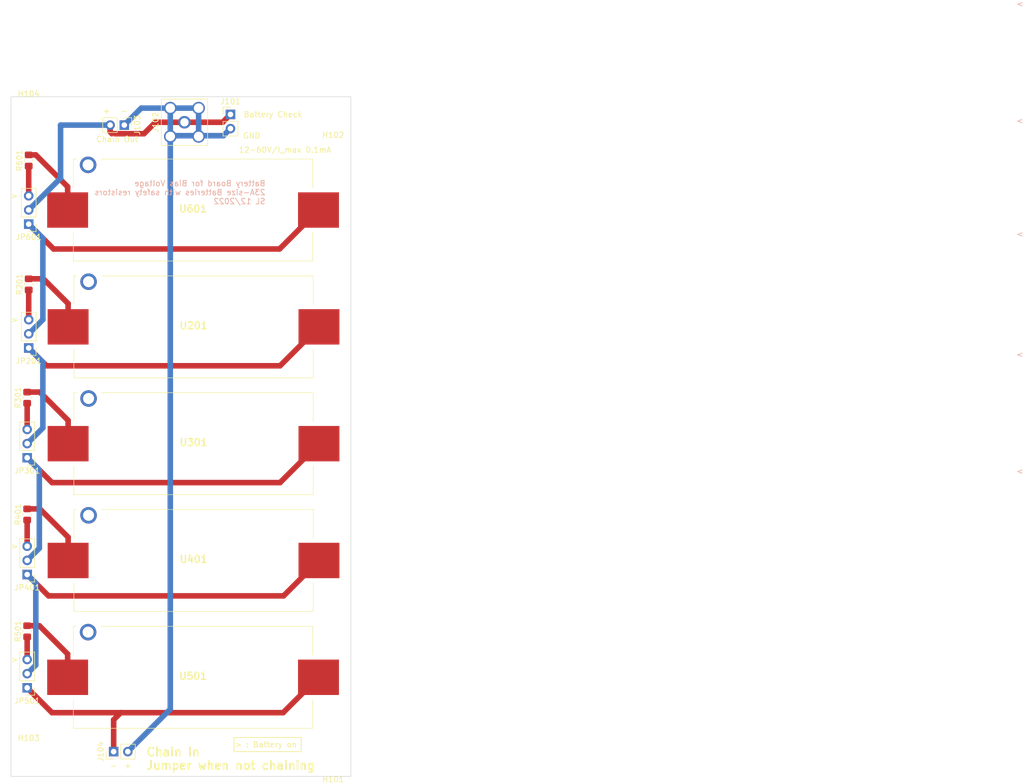
<source format=kicad_pcb>
(kicad_pcb (version 20211014) (generator pcbnew)
  (layers (0 "F.Cu" signal) (31 "B.Cu" signal) (34 "B.Paste" user) (35 "F.Paste" user) (36 "B.SilkS" user "B.Silkscreen") (37 "F.SilkS" user "F.Silkscreen") (38 "B.Mask" user) (39 "F.Mask" user) (44 "Edge.Cuts" user))
  (net 0 "")
  (net 1 "/Battery unit8/V_batt+12V")
  (net 2 "GND")
  (net 3 "/Battery unit/V_batt-")
  (net 4 "/Battery unit/V_batt+12V")
  (net 5 "/Battery unit1/V_batt-")
  (net 6 "/Battery unit2/V_batt-")
  (net 7 "/Battery unit3/V_batt-")
  (net 8 "Net-(JP201-Pad3)")
  (net 9 "Net-(R201-Pad2)")
  (net 10 "Net-(JP301-Pad3)")
  (net 11 "Net-(R301-Pad2)")
  (net 12 "Net-(JP401-Pad3)")
  (net 13 "Net-(R401-Pad2)")
  (net 14 "Net-(JP501-Pad3)")
  (net 15 "Net-(R501-Pad2)")
  (net 20 "Net-(JP601-Pad3)")
  (net 21 "Net-(R601-Pad2)")
  (footprint "Resistor_SMD:R_0805_2012Metric_Pad1.20x1.40mm_HandSolder" (layer "F.Cu") (at 73.025 42.545 90)
    (fp_text reference "R601" (at 0 -1.65 90) (layer "F.SilkS"))
    (fp_text value "120k")
    (fp_line (start -0.227064 -0.735) (end 0.227064 -0.735) (layer "F.SilkS") (width 0.12))
    (fp_line (start -0.227064 0.735) (end 0.227064 0.735) (layer "F.SilkS") (width 0.12))
    (pad "1" smd roundrect (at -1 0 90) (size 1.2 1.4) (layers "F.Cu" "F.Paste" "F.Mask") (roundrect_rratio 0.208333) (net 20 "Net-(JP601-Pad3)"))
    (pad "2" smd roundrect (at 1 0 90) (size 1.2 1.4) (layers "F.Cu" "F.Paste" "F.Mask") (roundrect_rratio 0.208333) (net 21 "Net-(R601-Pad2)"))
  )
  (footprint "Resistor_SMD:R_0805_2012Metric_Pad1.20x1.40mm_HandSolder" (layer "F.Cu") (at 72.75 106.045 90)
    (fp_text reference "R401" (at 0 -1.65 90) (layer "F.SilkS"))
    (fp_text value "120k")
    (fp_line (start -0.227064 -0.735) (end 0.227064 -0.735) (layer "F.SilkS") (width 0.12))
    (fp_line (start -0.227064 0.735) (end 0.227064 0.735) (layer "F.SilkS") (width 0.12))
    (pad "1" smd roundrect (at -1 0 90) (size 1.2 1.4) (layers "F.Cu" "F.Paste" "F.Mask") (roundrect_rratio 0.208333) (net 12 "Net-(JP401-Pad3)"))
    (pad "2" smd roundrect (at 1 0 90) (size 1.2 1.4) (layers "F.Cu" "F.Paste" "F.Mask") (roundrect_rratio 0.208333) (net 13 "Net-(R401-Pad2)"))
  )
  (footprint "MountingHole:MountingHole_2.7mm_M2.5" (layer "F.Cu") (at 127.635 149.86 180)
    (fp_text reference "H101" (at 0 -3.7) (layer "F.SilkS"))
    (fp_text value "MountingHole")
    (pad "" np_thru_hole circle (at 0 0 180) (size 2.7 2.7) (drill 2.7) (layers *.Cu *.Mask))
  )
  (footprint "Connector_PinHeader_2.54mm:PinHeader_1x02_P2.54mm_Vertical" (layer "F.Cu") (at 90.175 36.195 -90)
    (fp_text reference "J103" (at 0 -2.33 90) (layer "F.SilkS"))
    (fp_text value "Chain Out")
    (fp_line (start -1.33 1.27) (end 1.33 1.27) (layer "F.SilkS") (width 0.12))
    (fp_line (start -1.33 1.27) (end -1.33 3.87) (layer "F.SilkS") (width 0.12))
    (fp_line (start -1.33 0) (end -1.33 -1.33) (layer "F.SilkS") (width 0.12))
    (fp_line (start -1.33 3.87) (end 1.33 3.87) (layer "F.SilkS") (width 0.12))
    (fp_line (start -1.33 -1.33) (end 0 -1.33) (layer "F.SilkS") (width 0.12))
    (fp_line (start 1.33 1.27) (end 1.33 3.87) (layer "F.SilkS") (width 0.12))
    (pad "1" thru_hole rect (at 0 0 270) (size 1.7 1.7) (drill 1) (layers *.Cu *.Mask) (net 2 "GND"))
    (pad "2" thru_hole oval (at 0 2.54 270) (size 1.7 1.7) (drill 1) (layers *.Cu *.Mask) (net 1 "/Battery unit8/V_batt+12V"))
  )
  (footprint "Connector_PinHeader_2.54mm:PinHeader_1x03_P2.54mm_Vertical" (layer "F.Cu") (at 72.75 116.825 180)
    (fp_text reference "JP401" (at 0 -2.33) (layer "F.SilkS"))
    (fp_text value "Bypass")
    (fp_line (start -1.33 6.41) (end 1.33 6.41) (layer "F.SilkS") (width 0.12))
    (fp_line (start 1.33 1.27) (end 1.33 6.41) (layer "F.SilkS") (width 0.12))
    (fp_line (start -1.33 0) (end -1.33 -1.33) (layer "F.SilkS") (width 0.12))
    (fp_line (start -1.33 -1.33) (end 0 -1.33) (layer "F.SilkS") (width 0.12))
    (fp_line (start -1.33 1.27) (end -1.33 6.41) (layer "F.SilkS") (width 0.12))
    (fp_line (start -1.33 1.27) (end 1.33 1.27) (layer "F.SilkS") (width 0.12))
    (pad "1" thru_hole rect (at 0 0 180) (size 1.7 1.7) (drill 1) (layers *.Cu *.Mask) (net 6 "/Battery unit2/V_batt-"))
    (pad "2" thru_hole oval (at 0 2.54 180) (size 1.7 1.7) (drill 1) (layers *.Cu *.Mask) (net 5 "/Battery unit1/V_batt-"))
    (pad "3" thru_hole oval (at 0 5.08 180) (size 1.7 1.7) (drill 1) (layers *.Cu *.Mask) (net 12 "Net-(JP401-Pad3)"))
  )
  (footprint "Connector_PinHeader_2.54mm:PinHeader_1x03_P2.54mm_Vertical" (layer "F.Cu") (at 73.025 53.96 180)
    (fp_text reference "JP601" (at 0 -2.33) (layer "F.SilkS"))
    (fp_text value "Bypass")
    (fp_line (start -1.33 -1.33) (end 0 -1.33) (layer "F.SilkS") (width 0.12))
    (fp_line (start 1.33 1.27) (end 1.33 6.41) (layer "F.SilkS") (width 0.12))
    (fp_line (start -1.33 1.27) (end -1.33 6.41) (layer "F.SilkS") (width 0.12))
    (fp_line (start -1.33 1.27) (end 1.33 1.27) (layer "F.SilkS") (width 0.12))
    (fp_line (start -1.33 6.41) (end 1.33 6.41) (layer "F.SilkS") (width 0.12))
    (fp_line (start -1.33 0) (end -1.33 -1.33) (layer "F.SilkS") (width 0.12))
    (pad "1" thru_hole rect (at 0 0 180) (size 1.7 1.7) (drill 1) (layers *.Cu *.Mask) (net 4 "/Battery unit/V_batt+12V"))
    (pad "2" thru_hole oval (at 0 2.54 180) (size 1.7 1.7) (drill 1) (layers *.Cu *.Mask) (net 1 "/Battery unit8/V_batt+12V"))
    (pad "3" thru_hole oval (at 0 5.08 180) (size 1.7 1.7) (drill 1) (layers *.Cu *.Mask) (net 20 "Net-(JP601-Pad3)"))
  )
  (footprint "23A_Battery_Holder:Keystone-1018" (layer "F.Cu") (at 102.51 51.435)
    (fp_text reference "U601" (at 0 -0.22) (layer "F.SilkS") (effects (font (size 1.27 1.27) (thickness 0.254))))
    (fp_text value "Keystone-1018-SMD" hide)
    (fp_line (start 21.465 9.145) (end -21.465 9.145) (layer "F.SilkS") (width 0.1))
    (fp_line (start -21 -9.145) (end -21.465 -9.145) (layer "F.SilkS") (width 0.1))
    (fp_line (start 21.465 -9.145) (end 21.465 -4) (layer "F.SilkS") (width 0.1))
    (fp_line (start -21.465 9.145) (end -21.465 4) (layer "F.SilkS") (width 0.1))
    (fp_line (start -21.465 -9.145) (end -21.465 -4) (layer "F.SilkS") (width 0.1))
    (fp_line (start -16.5 -9.145) (end 21.465 -9.145) (layer "F.SilkS") (width 0.1))
    (fp_line (start 21.465 4) (end 21.465 9.145) (layer "F.SilkS") (width 0.1))
    (pad "1" smd rect (at -22.5 0 90) (size 6.35 7.34) (layers "F.Cu" "F.Paste" "F.Mask") (net 21 "Net-(R601-Pad2)"))
    (pad "2" smd rect (at 22.5 0 90) (size 6.35 7.34) (layers "F.Cu" "F.Paste" "F.Mask") (net 4 "/Battery unit/V_batt+12V"))
    (pad "MH1" thru_hole circle (at -18.83 -8.1) (size 2.97 2.97) (drill 1.98) (layers *.Cu *.Mask))
  )
  (footprint "Connector_Coaxial:SMA_Amphenol_132203-12_Horizontal" (layer "F.Cu") (at 100.965 35.69)
    (fp_text reference "J102" (at -5.2 0 90) (layer "F.SilkS"))
    (fp_text value "Conn_Coaxial")
    (fp_line (start -4.15 -4.15) (end -4.15 4.15) (layer "F.SilkS") (width 0.12))
    (fp_line (start -4.15 -4.15) (end 4.15 -4.15) (layer "F.SilkS") (width 0.12))
    (fp_line (start -4.15 4.15) (end 4.15 4.15) (layer "F.SilkS") (width 0.12))
    (fp_line (start 4.15 -4.15) (end 4.15 4.15) (layer "F.SilkS") (width 0.12))
    (pad "1" thru_hole circle (at 0 0) (size 2.25 2.25) (drill 1.5) (layers *.Cu *.Mask) (net 1 "/Battery unit8/V_batt+12V"))
    (pad "2" thru_hole circle (at 2.54 -2.54) (size 2.25 2.25) (drill 1.7) (layers *.Cu *.Mask) (net 2 "GND"))
    (pad "2" thru_hole circle (at 2.54 2.54 90) (size 2.25 2.25) (drill 1.7) (layers *.Cu *.Mask) (net 2 "GND"))
    (pad "2" thru_hole circle (at -2.54 2.54) (size 2.25 2.25) (drill 1.7) (layers *.Cu *.Mask) (net 2 "GND"))
    (pad "2" thru_hole circle (at -2.54 -2.54) (size 2.25 2.25) (drill 1.7) (layers *.Cu *.Mask) (net 2 "GND"))
  )
  (footprint "23A_Battery_Holder:Keystone-1018" (layer "F.Cu") (at 102.595 93.345)
    (fp_text reference "U301" (at 0 -0.22) (layer "F.SilkS") (effects (font (size 1.27 1.27) (thickness 0.254))))
    (fp_text value "Keystone-1018-SMD" hide)
    (fp_line (start -16.5 -9.145) (end 21.465 -9.145) (layer "F.SilkS") (width 0.1))
    (fp_line (start 21.465 4) (end 21.465 9.145) (layer "F.SilkS") (width 0.1))
    (fp_line (start 21.465 9.145) (end -21.465 9.145) (layer "F.SilkS") (width 0.1))
    (fp_line (start 21.465 -9.145) (end 21.465 -4) (layer "F.SilkS") (width 0.1))
    (fp_line (start -21 -9.145) (end -21.465 -9.145) (layer "F.SilkS") (width 0.1))
    (fp_line (start -21.465 9.145) (end -21.465 4) (layer "F.SilkS") (width 0.1))
    (fp_line (start -21.465 -9.145) (end -21.465 -4) (layer "F.SilkS") (width 0.1))
    (pad "1" smd rect (at -22.5 0 90) (size 6.35 7.34) (layers "F.Cu" "F.Paste" "F.Mask") (net 11 "Net-(R301-Pad2)"))
    (pad "2" smd rect (at 22.5 0 90) (size 6.35 7.34) (layers "F.Cu" "F.Paste" "F.Mask") (net 5 "/Battery unit1/V_batt-"))
    (pad "MH1" thru_hole circle (at -18.83 -8.1) (size 2.97 2.97) (drill 1.98) (layers *.Cu *.Mask))
  )
  (footprint "23A_Battery_Holder:Keystone-1018" (layer "F.Cu") (at 102.595 72.39)
    (fp_text reference "U201" (at 0 -0.22) (layer "F.SilkS") (effects (font (size 1.27 1.27) (thickness 0.254))))
    (fp_text value "Keystone-1018-SMD" hide)
    (fp_line (start -21 -9.145) (end -21.465 -9.145) (layer "F.SilkS") (width 0.1))
    (fp_line (start -16.5 -9.145) (end 21.465 -9.145) (layer "F.SilkS") (width 0.1))
    (fp_line (start 21.465 -9.145) (end 21.465 -4) (layer "F.SilkS") (width 0.1))
    (fp_line (start 21.465 9.145) (end -21.465 9.145) (layer "F.SilkS") (width 0.1))
    (fp_line (start -21.465 -9.145) (end -21.465 -4) (layer "F.SilkS") (width 0.1))
    (fp_line (start 21.465 4) (end 21.465 9.145) (layer "F.SilkS") (width 0.1))
    (fp_line (start -21.465 9.145) (end -21.465 4) (layer "F.SilkS") (width 0.1))
    (pad "1" smd rect (at -22.5 0 90) (size 6.35 7.34) (layers "F.Cu" "F.Paste" "F.Mask") (net 9 "Net-(R201-Pad2)"))
    (pad "2" smd rect (at 22.5 0 90) (size 6.35 7.34) (layers "F.Cu" "F.Paste" "F.Mask") (net 3 "/Battery unit/V_batt-"))
    (pad "MH1" thru_hole circle (at -18.83 -8.1) (size 2.97 2.97) (drill 1.98) (layers *.Cu *.Mask))
  )
  (footprint "MountingHole:MountingHole_2.7mm_M2.5" (layer "F.Cu") (at 73.025 34.29)
    (fp_text reference "H104" (at 0 -3.7) (layer "F.SilkS"))
    (fp_text value "MountingHole")
    (pad "" np_thru_hole circle (at 0 0) (size 2.7 2.7) (drill 2.7) (layers *.Cu *.Mask))
  )
  (footprint "Connector_PinHeader_2.54mm:PinHeader_1x02_P2.54mm_Vertical" (layer "F.Cu") (at 109.22 34.285)
    (fp_text reference "J101" (at 0 -2.33) (layer "F.SilkS"))
    (fp_text value "V_Test")
    (fp_line (start 1.33 1.27) (end 1.33 3.87) (layer "F.SilkS") (width 0.12))
    (fp_line (start -1.33 1.27) (end -1.33 3.87) (layer "F.SilkS") (width 0.12))
    (fp_line (start -1.33 0) (end -1.33 -1.33) (layer "F.SilkS") (width 0.12))
    (fp_line (start -1.33 -1.33) (end 0 -1.33) (layer "F.SilkS") (width 0.12))
    (fp_line (start -1.33 3.87) (end 1.33 3.87) (layer "F.SilkS") (width 0.12))
    (fp_line (start -1.33 1.27) (end 1.33 1.27) (layer "F.SilkS") (width 0.12))
    (pad "1" thru_hole rect (at 0 0) (size 1.7 1.7) (drill 1) (layers *.Cu *.Mask) (net 1 "/Battery unit8/V_batt+12V"))
    (pad "2" thru_hole oval (at 0 2.54) (size 1.7 1.7) (drill 1) (layers *.Cu *.Mask) (net 2 "GND"))
  )
  (footprint "Connector_PinHeader_2.54mm:PinHeader_1x03_P2.54mm_Vertical" (layer "F.Cu") (at 72.75 95.87 180)
    (fp_text reference "JP301" (at 0 -2.33) (layer "F.SilkS"))
    (fp_text value "Bypass")
    (fp_line (start -1.33 1.27) (end 1.33 1.27) (layer "F.SilkS") (width 0.12))
    (fp_line (start -1.33 1.27) (end -1.33 6.41) (layer "F.SilkS") (width 0.12))
    (fp_line (start 1.33 1.27) (end 1.33 6.41) (layer "F.SilkS") (width 0.12))
    (fp_line (start -1.33 0) (end -1.33 -1.33) (layer "F.SilkS") (width 0.12))
    (fp_line (start -1.33 -1.33) (end 0 -1.33) (layer "F.SilkS") (width 0.12))
    (fp_line (start -1.33 6.41) (end 1.33 6.41) (layer "F.SilkS") (width 0.12))
    (pad "1" thru_hole rect (at 0 0 180) (size 1.7 1.7) (drill 1) (layers *.Cu *.Mask) (net 5 "/Battery unit1/V_batt-"))
    (pad "2" thru_hole oval (at 0 2.54 180) (size 1.7 1.7) (drill 1) (layers *.Cu *.Mask) (net 3 "/Battery unit/V_batt-"))
    (pad "3" thru_hole oval (at 0 5.08 180) (size 1.7 1.7) (drill 1) (layers *.Cu *.Mask) (net 10 "Net-(JP301-Pad3)"))
  )
  (footprint "MountingHole:MountingHole_2.7mm_M2.5" (layer "F.Cu") (at 73.025 149.86)
    (fp_text reference "H103" (at 0 -3.7) (layer "F.SilkS"))
    (fp_text value "MountingHole")
    (pad "" np_thru_hole circle (at 0 0) (size 2.7 2.7) (drill 2.7) (layers *.Cu *.Mask))
  )
  (footprint "Resistor_SMD:R_0805_2012Metric_Pad1.20x1.40mm_HandSolder" (layer "F.Cu") (at 72.75 127 90)
    (fp_text reference "R501" (at 0 -1.65 90) (layer "F.SilkS"))
    (fp_text value "120k")
    (fp_line (start -0.227064 0.735) (end 0.227064 0.735) (layer "F.SilkS") (width 0.12))
    (fp_line (start -0.227064 -0.735) (end 0.227064 -0.735) (layer "F.SilkS") (width 0.12))
    (pad "1" smd roundrect (at -1 0 90) (size 1.2 1.4) (layers "F.Cu" "F.Paste" "F.Mask") (roundrect_rratio 0.208333) (net 14 "Net-(JP501-Pad3)"))
    (pad "2" smd roundrect (at 1 0 90) (size 1.2 1.4) (layers "F.Cu" "F.Paste" "F.Mask") (roundrect_rratio 0.208333) (net 15 "Net-(R501-Pad2)"))
  )
  (footprint "Connector_PinHeader_2.54mm:PinHeader_1x03_P2.54mm_Vertical" (layer "F.Cu") (at 73.025 76.185 180)
    (fp_text reference "JP201" (at 0 -2.33) (layer "F.SilkS"))
    (fp_text value "Bypass")
    (fp_line (start -1.33 1.27) (end 1.33 1.27) (layer "F.SilkS") (width 0.12))
    (fp_line (start -1.33 6.41) (end 1.33 6.41) (layer "F.SilkS") (width 0.12))
    (fp_line (start 1.33 1.27) (end 1.33 6.41) (layer "F.SilkS") (width 0.12))
    (fp_line (start -1.33 -1.33) (end 0 -1.33) (layer "F.SilkS") (width 0.12))
    (fp_line (start -1.33 1.27) (end -1.33 6.41) (layer "F.SilkS") (width 0.12))
    (fp_line (start -1.33 0) (end -1.33 -1.33) (layer "F.SilkS") (width 0.12))
    (pad "1" thru_hole rect (at 0 0 180) (size 1.7 1.7) (drill 1) (layers *.Cu *.Mask) (net 3 "/Battery unit/V_batt-"))
    (pad "2" thru_hole oval (at 0 2.54 180) (size 1.7 1.7) (drill 1) (layers *.Cu *.Mask) (net 4 "/Battery unit/V_batt+12V"))
    (pad "3" thru_hole oval (at 0 5.08 180) (size 1.7 1.7) (drill 1) (layers *.Cu *.Mask) (net 8 "Net-(JP201-Pad3)"))
  )
  (footprint "23A_Battery_Holder:Keystone-1018" (layer "F.Cu") (at 102.595 114.3)
    (fp_text reference "U401" (at 0 -0.22) (layer "F.SilkS") (effects (font (size 1.27 1.27) (thickness 0.254))))
    (fp_text value "Keystone-1018-SMD" hide)
    (fp_line (start 21.465 9.145) (end -21.465 9.145) (layer "F.SilkS") (width 0.1))
    (fp_line (start -16.5 -9.145) (end 21.465 -9.145) (layer "F.SilkS") (width 0.1))
    (fp_line (start -21 -9.145) (end -21.465 -9.145) (layer "F.SilkS") (width 0.1))
    (fp_line (start -21.465 9.145) (end -21.465 4) (layer "F.SilkS") (width 0.1))
    (fp_line (start -21.465 -9.145) (end -21.465 -4) (layer "F.SilkS") (width 0.1))
    (fp_line (start 21.465 -9.145) (end 21.465 -4) (layer "F.SilkS") (width 0.1))
    (fp_line (start 21.465 4) (end 21.465 9.145) (layer "F.SilkS") (width 0.1))
    (pad "1" smd rect (at -22.5 0 90) (size 6.35 7.34) (layers "F.Cu" "F.Paste" "F.Mask") (net 13 "Net-(R401-Pad2)"))
    (pad "2" smd rect (at 22.5 0 90) (size 6.35 7.34) (layers "F.Cu" "F.Paste" "F.Mask") (net 6 "/Battery unit2/V_batt-"))
    (pad "MH1" thru_hole circle (at -18.83 -8.1) (size 2.97 2.97) (drill 1.98) (layers *.Cu *.Mask))
  )
  (footprint "Resistor_SMD:R_0805_2012Metric_Pad1.20x1.40mm_HandSolder" (layer "F.Cu") (at 72.75 85.09 90)
    (fp_text reference "R301" (at 0 -1.65 90) (layer "F.SilkS"))
    (fp_text value "120k")
    (fp_line (start -0.227064 -0.735) (end 0.227064 -0.735) (layer "F.SilkS") (width 0.12))
    (fp_line (start -0.227064 0.735) (end 0.227064 0.735) (layer "F.SilkS") (width 0.12))
    (pad "1" smd roundrect (at -1 0 90) (size 1.2 1.4) (layers "F.Cu" "F.Paste" "F.Mask") (roundrect_rratio 0.208333) (net 10 "Net-(JP301-Pad3)"))
    (pad "2" smd roundrect (at 1 0 90) (size 1.2 1.4) (layers "F.Cu" "F.Paste" "F.Mask") (roundrect_rratio 0.208333) (net 11 "Net-(R301-Pad2)"))
  )
  (footprint "23A_Battery_Holder:Keystone-1018" (layer "F.Cu") (at 102.51 135.255)
    (fp_text reference "U501" (at 0 -0.22) (layer "F.SilkS") (effects (font (size 1.27 1.27) (thickness 0.254))))
    (fp_text value "Keystone-1018-SMD" hide)
    (fp_line (start -16.5 -9.145) (end 21.465 -9.145) (layer "F.SilkS") (width 0.1))
    (fp_line (start 21.465 9.145) (end -21.465 9.145) (layer "F.SilkS") (width 0.1))
    (fp_line (start -21.465 -9.145) (end -21.465 -4) (layer "F.SilkS") (width 0.1))
    (fp_line (start 21.465 4) (end 21.465 9.145) (layer "F.SilkS") (width 0.1))
    (fp_line (start -21 -9.145) (end -21.465 -9.145) (layer "F.SilkS") (width 0.1))
    (fp_line (start -21.465 9.145) (end -21.465 4) (layer "F.SilkS") (width 0.1))
    (fp_line (start 21.465 -9.145) (end 21.465 -4) (layer "F.SilkS") (width 0.1))
    (pad "1" smd rect (at -22.5 0 90) (size 6.35 7.34) (layers "F.Cu" "F.Paste" "F.Mask") (net 15 "Net-(R501-Pad2)"))
    (pad "2" smd rect (at 22.5 0 90) (size 6.35 7.34) (layers "F.Cu" "F.Paste" "F.Mask") (net 7 "/Battery unit3/V_batt-"))
    (pad "MH1" thru_hole circle (at -18.83 -8.1) (size 2.97 2.97) (drill 1.98) (layers *.Cu *.Mask))
  )
  (footprint "Resistor_SMD:R_0805_2012Metric_Pad1.20x1.40mm_HandSolder" (layer "F.Cu") (at 73.025 64.77 90)
    (fp_text reference "R201" (at 0 -1.65 90) (layer "F.SilkS"))
    (fp_text value "120k")
    (fp_line (start -0.227064 -0.735) (end 0.227064 -0.735) (layer "F.SilkS") (width 0.12))
    (fp_line (start -0.227064 0.735) (end 0.227064 0.735) (layer "F.SilkS") (width 0.12))
    (pad "1" smd roundrect (at -1 0 90) (size 1.2 1.4) (layers "F.Cu" "F.Paste" "F.Mask") (roundrect_rratio 0.208333) (net 8 "Net-(JP201-Pad3)"))
    (pad "2" smd roundrect (at 1 0 90) (size 1.2 1.4) (layers "F.Cu" "F.Paste" "F.Mask") (roundrect_rratio 0.208333) (net 9 "Net-(R201-Pad2)"))
  )
  (footprint "Connector_PinHeader_2.54mm:PinHeader_1x03_P2.54mm_Vertical" (layer "F.Cu") (at 72.75 137.145 180)
    (fp_text reference "JP501" (at 0 -2.33) (layer "F.SilkS"))
    (fp_text value "Bypass")
    (fp_line (start -1.33 1.27) (end -1.33 6.41) (layer "F.SilkS") (width 0.12))
    (fp_line (start -1.33 0) (end -1.33 -1.33) (layer "F.SilkS") (width 0.12))
    (fp_line (start 1.33 1.27) (end 1.33 6.41) (layer "F.SilkS") (width 0.12))
    (fp_line (start -1.33 -1.33) (end 0 -1.33) (layer "F.SilkS") (width 0.12))
    (fp_line (start -1.33 1.27) (end 1.33 1.27) (layer "F.SilkS") (width 0.12))
    (fp_line (start -1.33 6.41) (end 1.33 6.41) (layer "F.SilkS") (width 0.12))
    (pad "1" thru_hole rect (at 0 0 180) (size 1.7 1.7) (drill 1) (layers *.Cu *.Mask) (net 7 "/Battery unit3/V_batt-"))
    (pad "2" thru_hole oval (at 0 2.54 180) (size 1.7 1.7) (drill 1) (layers *.Cu *.Mask) (net 6 "/Battery unit2/V_batt-"))
    (pad "3" thru_hole oval (at 0 5.08 180) (size 1.7 1.7) (drill 1) (layers *.Cu *.Mask) (net 14 "Net-(JP501-Pad3)"))
  )
  (footprint "Connector_PinHeader_2.54mm:PinHeader_1x02_P2.54mm_Vertical" (layer "F.Cu") (at 88.265 148.59 90)
    (fp_text reference "J104" (at 0 -2.33 90) (layer "F.SilkS"))
    (fp_text value "Chain In")
    (fp_line (start -1.33 -1.33) (end 0 -1.33) (layer "F.SilkS") (width 0.12))
    (fp_line (start 1.33 1.27) (end 1.33 3.87) (layer "F.SilkS") (width 0.12))
    (fp_line (start -1.33 0) (end -1.33 -1.33) (layer "F.SilkS") (width 0.12))
    (fp_line (start -1.33 1.27) (end 1.33 1.27) (layer "F.SilkS") (width 0.12))
    (fp_line (start -1.33 1.27) (end -1.33 3.87) (layer "F.SilkS") (width 0.12))
    (fp_line (start -1.33 3.87) (end 1.33 3.87) (layer "F.SilkS") (width 0.12))
    (pad "1" thru_hole rect (at 0 0 90) (size 1.7 1.7) (drill 1) (layers *.Cu *.Mask) (net 7 "/Battery unit3/V_batt-"))
    (pad "2" thru_hole oval (at 0 2.54 90) (size 1.7 1.7) (drill 1) (layers *.Cu *.Mask) (net 2 "GND"))
  )
  (footprint "MountingHole:MountingHole_2.7mm_M2.5" (layer "F.Cu") (at 127.635 34.29 180)
    (fp_text reference "H102" (at 0 -3.7) (layer "F.SilkS"))
    (fp_text value "MountingHole")
    (pad "" np_thru_hole circle (at 0 0 180) (size 2.7 2.7) (drill 2.7) (layers *.Cu *.Mask))
  )
  (gr_rect (start 109.855 146.05) (end 121.92 148.59) (layer "F.SilkS") (width 0.15) (fill none))
  (gr_rect (start 69.85 31.115) (end 130.81 153.035) (layer "Edge.Cuts") (width 0.1) (fill none))
  (gr_text "<" (at 250.825 98.425 180) (layer "B.SilkS") (effects (font (size 1 1)) (justify mirror)))
  (gr_text "<" (at 250.825 14.605 180) (layer "B.SilkS") (effects (font (size 1 1)) (justify mirror)))
  (gr_text "<" (at 250.825 55.88 180) (layer "B.SilkS") (effects (font (size 1 1)) (justify mirror)))
  (gr_text "<" (at 250.825 77.47 180) (layer "B.SilkS") (effects (font (size 1 1)) (justify mirror)))
  (gr_text "Battery Board for Bias Voltage\n23A-size Batteries with safety resistors\nSL 12/2022" (at 115.57 48.26) (layer "B.SilkS") (effects (font (size 1 1)) (justify left mirror)))
  (gr_text "<" (at 250.825 35.56 180) (layer "B.SilkS") (effects (font (size 1 1)) (justify mirror)))
  (gr_text "-" (at 88.265 151.13) (layer "F.SilkS") (effects (font (size 1 1))))
  (gr_text "Battery Check" (at 116.84 34.29) (layer "F.SilkS") (effects (font (size 1 1))))
  (gr_text "GND" (at 113.03 38.1) (layer "F.SilkS") (effects (font (size 1 1))))
  (gr_text "-" (at 90.17 33.655) (layer "F.SilkS") (effects (font (size 1 1))))
  (gr_text "Chain In\nJumper when not chaining" (at 93.98 149.86) (layer "F.SilkS") (effects (font (size 1.5 1.5) (thickness 0.3)) (justify left)))
  (gr_text "Chain Out" (at 88.9 38.735) (layer "F.SilkS") (effects (font (size 1 1))))
  (gr_text ">" (at 70.485 71.12) (layer "F.SilkS") (effects (font (size 1 1))))
  (gr_text "+" (at 86.995 33.655) (layer "F.SilkS") (effects (font (size 1 1))))
  (gr_text "> : Battery on\n" (at 115.57 147.32) (layer "F.SilkS") (effects (font (size 1 1))))
  (gr_text "+" (at 90.805 151.13) (layer "F.SilkS") (effects (font (size 1 1))))
  (gr_text ">" (at 70.485 48.895) (layer "F.SilkS") (effects (font (size 1 1))))
  (gr_text "12-60V/I_max 0.1mA " (at 119.38 40.64) (layer "F.SilkS") (effects (font (size 1 1))))
  (gr_text ">" (at 70.485 132.08) (layer "F.SilkS") (effects (font (size 1 1))))
  (gr_text ">" (at 70.485 111.76) (layer "F.SilkS") (effects (font (size 1 1))))
  (segment (start 87.635 37.397081) (end 87.982919 37.745) (width 1) (layer "F.Cu") (net 1))
  (segment (start 95.755 35.69) (end 107.815 35.69) (width 1) (layer "F.Cu") (net 1))
  (segment (start 93.7 37.745) (end 95.755 35.69) (width 1) (layer "F.Cu") (net 1))
  (segment (start 107.815 35.69) (end 109.22 34.285) (width 1) (layer "F.Cu") (net 1))
  (segment (start 87.982919 37.745) (end 93.7 37.745) (width 1) (layer "F.Cu") (net 1))
  (segment (start 87.635 36.195) (end 87.635 37.397081) (width 1) (layer "F.Cu") (net 1))
  (segment (start 78.74 45.72) (end 78.74 36.195) (width 1) (layer "B.Cu") (net 1))
  (segment (start 78.74 36.195) (end 87.635 36.195) (width 1) (layer "B.Cu") (net 1))
  (segment (start 73.025 51.42) (end 78.725 45.72) (width 1) (layer "B.Cu") (net 1))
  (segment (start 78.725 45.72) (end 78.74 45.72) (width 1) (layer "B.Cu") (net 1))
  (segment (start 90.805 148.59) (end 98.425 140.97) (width 1) (layer "B.Cu") (net 2))
  (segment (start 98.425 140.97) (end 98.425 38.23) (width 1) (layer "B.Cu") (net 2))
  (segment (start 99.3425 38.1) (end 107.945 38.1) (width 1) (layer "B.Cu") (net 2))
  (segment (start 98.425 39.0175) (end 99.3425 38.1) (width 1) (layer "B.Cu") (net 2))
  (segment (start 98.425 33.15) (end 93.22 33.15) (width 1) (layer "B.Cu") (net 2))
  (segment (start 107.945 38.1) (end 109.22 36.825) (width 1) (layer "B.Cu") (net 2))
  (segment (start 103.505 33.9375) (end 102.7175 33.15) (width 1) (layer "B.Cu") (net 2))
  (segment (start 93.22 33.15) (end 90.175 36.195) (width 1) (layer "B.Cu") (net 2))
  (segment (start 102.7175 33.15) (end 98.425 33.15) (width 1) (layer "B.Cu") (net 2))
  (segment (start 103.505 38.23) (end 103.505 33.9375) (width 1) (layer "B.Cu") (net 2))
  (segment (start 98.425 33.15) (end 98.425 39.0175) (width 1) (layer "B.Cu") (net 2))
  (segment (start 76.215 79.375) (end 118.11 79.375) (width 1) (layer "F.Cu") (net 3))
  (segment (start 73.025 76.185) (end 76.215 79.375) (width 1) (layer "F.Cu") (net 3))
  (segment (start 118.11 79.375) (end 125.095 72.39) (width 1) (layer "F.Cu") (net 3))
  (segment (start 75.565 78.725) (end 75.565 90.515) (width 1) (layer "B.Cu") (net 3))
  (segment (start 75.565 90.515) (end 72.75 93.33) (width 1) (layer "B.Cu") (net 3))
  (segment (start 73.025 76.185) (end 75.565 78.725) (width 1) (layer "B.Cu") (net 3))
  (segment (start 77.485 58.42) (end 118.025 58.42) (width 1) (layer "F.Cu") (net 4))
  (segment (start 118.025 58.42) (end 125.01 51.435) (width 1) (layer "F.Cu") (net 4))
  (segment (start 73.025 53.96) (end 77.485 58.42) (width 1) (layer "F.Cu") (net 4))
  (segment (start 73.025 53.96) (end 75.565 56.5) (width 1) (layer "B.Cu") (net 4))
  (segment (start 75.565 71.105) (end 73.025 73.645) (width 1) (layer "B.Cu") (net 4))
  (segment (start 75.565 56.5) (end 75.565 71.105) (width 1) (layer "B.Cu") (net 4))
  (segment (start 72.75 95.87) (end 77.21 100.33) (width 1) (layer "F.Cu") (net 5))
  (segment (start 77.21 100.33) (end 118.11 100.33) (width 1) (layer "F.Cu") (net 5))
  (segment (start 118.11 100.33) (end 125.095 93.345) (width 1) (layer "F.Cu") (net 5))
  (segment (start 74.93 112.105) (end 72.75 114.285) (width 1) (layer "B.Cu") (net 5))
  (segment (start 74.93 98.05) (end 74.93 112.105) (width 1) (layer "B.Cu") (net 5))
  (segment (start 72.75 95.87) (end 74.93 98.05) (width 1) (layer "B.Cu") (net 5))
  (segment (start 72.75 116.825) (end 76.575 120.65) (width 1) (layer "F.Cu") (net 6))
  (segment (start 118.745 120.65) (end 125.095 114.3) (width 1) (layer "F.Cu") (net 6))
  (segment (start 76.575 120.65) (end 118.745 120.65) (width 1) (layer "F.Cu") (net 6))
  (segment (start 74.3 133.055) (end 72.75 134.605) (width 1) (layer "B.Cu") (net 6))
  (segment (start 72.75 116.825) (end 74.3 118.375) (width 1) (layer "B.Cu") (net 6))
  (segment (start 74.3 118.375) (end 74.3 133.055) (width 1) (layer "B.Cu") (net 6))
  (segment (start 72.75 137.145) (end 77.21 141.605) (width 1) (layer "F.Cu") (net 7))
  (segment (start 89.535 141.605) (end 118.66 141.605) (width 1) (layer "F.Cu") (net 7))
  (segment (start 88.265 142.875) (end 89.535 141.605) (width 1) (layer "F.Cu") (net 7))
  (segment (start 77.21 141.605) (end 89.535 141.605) (width 1) (layer "F.Cu") (net 7))
  (segment (start 118.66 141.605) (end 125.01 135.255) (width 1) (layer "F.Cu") (net 7))
  (segment (start 88.265 148.59) (end 88.265 142.875) (width 1) (layer "F.Cu") (net 7))
  (segment (start 73.025 65.77) (end 73.025 71.105) (width 1) (layer "F.Cu") (net 8))
  (segment (start 73.025 63.77) (end 75.65 63.77) (width 1) (layer "F.Cu") (net 9))
  (segment (start 80.095 68.215) (end 80.095 72.39) (width 1) (layer "F.Cu") (net 9))
  (segment (start 75.65 63.77) (end 80.095 68.215) (width 1) (layer "F.Cu") (net 9))
  (segment (start 72.75 86.09) (end 72.75 90.79) (width 1) (layer "F.Cu") (net 10))
  (segment (start 80.095 89.17) (end 80.095 93.345) (width 1) (layer "F.Cu") (net 11))
  (segment (start 75.015 84.09) (end 80.095 89.17) (width 1) (layer "F.Cu") (net 11))
  (segment (start 72.75 84.09) (end 75.015 84.09) (width 1) (layer "F.Cu") (net 11))
  (segment (start 72.75 107.045) (end 72.75 111.745) (width 1) (layer "F.Cu") (net 12))
  (segment (start 80.095 110.125) (end 80.095 114.3) (width 1) (layer "F.Cu") (net 13))
  (segment (start 72.75 105.045) (end 75.015 105.045) (width 1) (layer "F.Cu") (net 13))
  (segment (start 75.015 105.045) (end 80.095 110.125) (width 1) (layer "F.Cu") (net 13))
  (segment (start 72.75 128) (end 72.75 132.065) (width 1) (layer "F.Cu") (net 14))
  (segment (start 72.75 126) (end 74.93 126) (width 1) (layer "F.Cu") (net 15))
  (segment (start 80.01 131.08) (end 80.01 135.255) (width 1) (layer "F.Cu") (net 15))
  (segment (start 74.93 126) (end 80.01 131.08) (width 1) (layer "F.Cu") (net 15))
  (segment (start 73.025 43.545) (end 73.025 48.88) (width 1) (layer "F.Cu") (net 20))
  (segment (start 74.295 41.545) (end 73.025 41.545) (width 1) (layer "F.Cu") (net 21))
  (segment (start 80.01 47.26) (end 74.295 41.545) (width 1) (layer "F.Cu") (net 21))
  (segment (start 80.01 51.435) (end 80.01 47.26) (width 1) (layer "F.Cu") (net 21))
)
</source>
